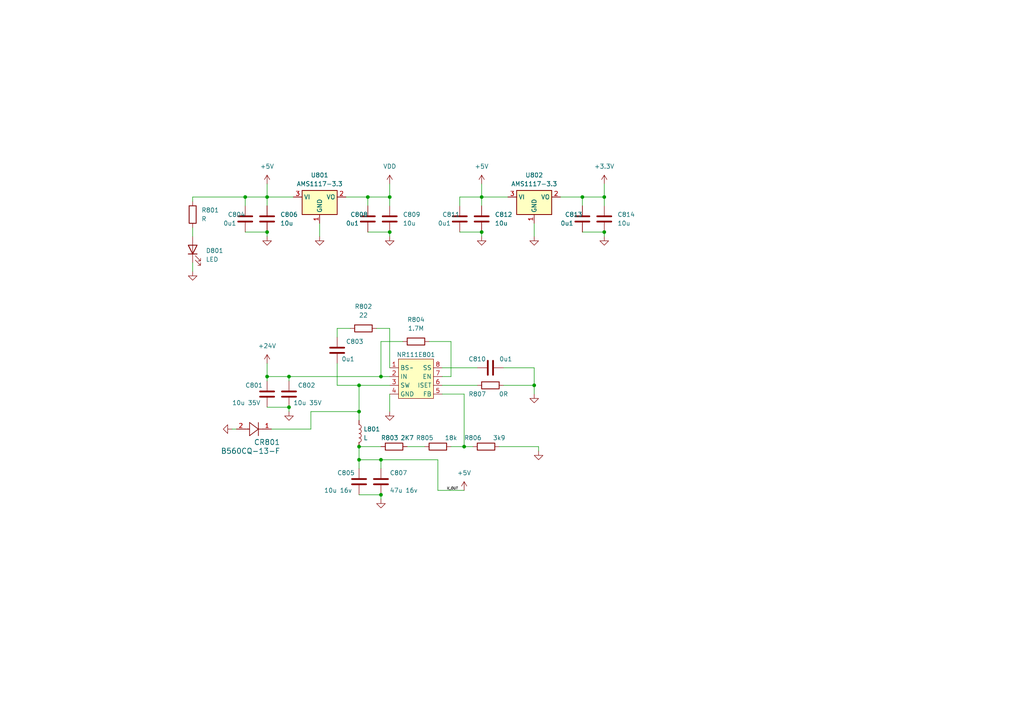
<source format=kicad_sch>
(kicad_sch (version 20230121) (generator eeschema)
  (paper "A4")
  (lib_symbols
    (symbol "B560CQ-13-F:B560CQ-13-F" (pin_names (offset 0.254))
      (property "Reference" "CR" (at 5.08 4.445 0))
      (property "Value" "B560CQ-13-F" (at 5.08 -3.81 0))
      (symbol "B560CQ-13-F_0_1"
        (polyline (pts (xy 2.54 0) (xy 3.4798 0)) (stroke (width 0.2032)))
        (polyline (pts (xy 3.175 0) (xy 3.81 0)) (stroke (width 0.2032)))
        (polyline (pts (xy 3.81 -1.905) (xy 6.35 0)) (stroke (width 0.2032)))
        (polyline (pts (xy 3.81 1.905) (xy 3.81 -1.905)) (stroke (width 0.2032)))
        (polyline (pts (xy 6.35 -1.905) (xy 6.35 1.905)) (stroke (width 0.2032)))
        (polyline (pts (xy 6.35 0) (xy 3.81 1.905)) (stroke (width 0.2032)))
        (polyline (pts (xy 6.35 0) (xy 7.62 0)) (stroke (width 0.2032)))
        (pin unspecified line (at 10.16 0 180) (length 2.54) (name "") (number "1"))
        (pin unspecified line (at 0 0 0) (length 2.54) (name "") (number "2"))
      )
    )
    (symbol "Device:C" (pin_numbers hide) (pin_names (offset 0.254))
      (property "Reference" "C" (at 0.635 2.54 0))
      (property "Value" "C" (at 0.635 -2.54 0))
      (symbol "C_0_1"
        (polyline (pts (xy -2.032 -0.762) (xy 2.032 -0.762)) (stroke (width 0.508)))
        (polyline (pts (xy -2.032 0.762) (xy 2.032 0.762)) (stroke (width 0.508)))
      )
      (symbol "C_1_1"
        (pin passive line (at 0 3.81 270) (length 2.794) (name "~") (number "1"))
        (pin passive line (at 0 -3.81 90) (length 2.794) (name "~") (number "2"))
      )
    )
    (symbol "Device:L" (pin_numbers hide) (pin_names (offset 1.016) hide)
      (property "Reference" "L" (at -1.27 0 90))
      (property "Value" "L" (at 1.905 0 90))
      (symbol "L_0_1"
        (arc (start 0 -2.54) (mid 0.6323 -1.905) (end 0 -1.27))
        (arc (start 0 -1.27) (mid 0.6323 -0.635) (end 0 0))
        (arc (start 0 0) (mid 0.6323 0.635) (end 0 1.27))
        (arc (start 0 1.27) (mid 0.6323 1.905) (end 0 2.54))
      )
      (symbol "L_1_1"
        (pin passive line (at 0 3.81 270) (length 1.27) (name "1") (number "1"))
        (pin passive line (at 0 -3.81 90) (length 1.27) (name "2") (number "2"))
      )
    )
    (symbol "Device:LED" (pin_numbers hide) (pin_names (offset 1.016) hide)
      (property "Reference" "D" (at 0 2.54 0))
      (property "Value" "LED" (at 0 -2.54 0))
      (symbol "LED_0_1"
        (polyline (pts (xy -1.27 -1.27) (xy -1.27 1.27)) (stroke (width 0.254)))
        (polyline (pts (xy -1.27 0) (xy 1.27 0)))
        (polyline (pts (xy 1.27 -1.27) (xy 1.27 1.27) (xy -1.27 0) (xy 1.27 -1.27)) (stroke (width 0.254)))
        (polyline (pts (xy -3.048 -0.762) (xy -4.572 -2.286) (xy -3.81 -2.286) (xy -4.572 -2.286) (xy -4.572 -1.524)))
        (polyline (pts (xy -1.778 -0.762) (xy -3.302 -2.286) (xy -2.54 -2.286) (xy -3.302 -2.286) (xy -3.302 -1.524)))
      )
      (symbol "LED_1_1"
        (pin passive line (at -3.81 0 0) (length 2.54) (name "K") (number "1"))
        (pin passive line (at 3.81 0 180) (length 2.54) (name "A") (number "2"))
      )
    )
    (symbol "Device:R" (pin_numbers hide) (pin_names (offset 0))
      (property "Reference" "R" (at 2.032 0 90))
      (property "Value" "R" (at 0 0 90))
      (symbol "R_0_1"
        (rectangle (start -1.016 -2.54) (end 1.016 2.54) (stroke (width 0.254)))
      )
      (symbol "R_1_1"
        (pin passive line (at 0 3.81 270) (length 1.27) (name "~") (number "1"))
        (pin passive line (at 0 -3.81 90) (length 1.27) (name "~") (number "2"))
      )
    )
    (symbol "MyLibrary:NR111D"
      (property "Reference" "NR111D" (at 3.81 0 0))
      (property "Value" "~" (at 2.54 -3.81 0))
      (symbol "NR111D_0_0"
        (pin unspecified line (at -3.81 -3.81 0) (length 2.54) (name "BS") (number "1"))
        (pin unspecified line (at -3.81 -6.35 0) (length 2.54) (name "IN") (number "2"))
        (pin unspecified line (at -3.81 -8.89 0) (length 2.54) (name "SW") (number "3"))
        (pin unspecified line (at -3.81 -11.43 0) (length 2.54) (name "GND") (number "4"))
        (pin unspecified line (at 11.43 -11.43 180) (length 2.54) (name "FB") (number "5"))
        (pin unspecified line (at 11.43 -8.89 180) (length 2.54) (name "ISET") (number "6"))
        (pin unspecified line (at 11.43 -6.35 180) (length 2.54) (name "EN") (number "7"))
        (pin unspecified line (at 11.43 -3.81 180) (length 2.54) (name "SS") (number "8"))
      )
      (symbol "NR111D_1_1"
        (rectangle (start -1.27 -1.27) (end 8.89 -12.7) (fill (type background)))
      )
    )
    (symbol "Regulator_Linear:AMS1117-3.3"
      (property "Reference" "U" (at -3.81 3.175 0))
      (property "Value" "AMS1117-3.3" (at 0 3.175 0))
      (symbol "AMS1117-3.3_0_1"
        (rectangle (start -5.08 -5.08) (end 5.08 1.905) (stroke (width 0.254)) (fill (type background)))
      )
      (symbol "AMS1117-3.3_1_1"
        (pin power_in line (at 0 -7.62 90) (length 2.54) (name "GND") (number "1"))
        (pin power_out line (at 7.62 0 180) (length 2.54) (name "VO") (number "2"))
        (pin power_in line (at -7.62 0 0) (length 2.54) (name "VI") (number "3"))
      )
    )
    (symbol "power:+24V" (power) (pin_names (offset 0))
      (property "Value" "+24V" (at 0 3.556 0))
      (symbol "+24V_0_1"
        (polyline (pts (xy -0.762 1.27) (xy 0 2.54)))
        (polyline (pts (xy 0 0) (xy 0 2.54)))
        (polyline (pts (xy 0 2.54) (xy 0.762 1.27)))
      )
      (symbol "+24V_1_1"
        (pin power_in line (at 0 0 90) (length 0) hide (name "+24V") (number "1"))
      )
    )
    (symbol "power:+3.3V" (power) (pin_names (offset 0))
      (property "Value" "+3.3V" (at 0 3.556 0))
      (symbol "+3.3V_0_1"
        (polyline (pts (xy -0.762 1.27) (xy 0 2.54)))
        (polyline (pts (xy 0 0) (xy 0 2.54)))
        (polyline (pts (xy 0 2.54) (xy 0.762 1.27)))
      )
      (symbol "+3.3V_1_1"
        (pin power_in line (at 0 0 90) (length 0) hide (name "+3.3V") (number "1"))
      )
    )
    (symbol "power:+5V" (power) (pin_names (offset 0))
      (property "Value" "+5V" (at 0 3.556 0))
      (symbol "+5V_0_1"
        (polyline (pts (xy -0.762 1.27) (xy 0 2.54)))
        (polyline (pts (xy 0 0) (xy 0 2.54)))
        (polyline (pts (xy 0 2.54) (xy 0.762 1.27)))
      )
      (symbol "+5V_1_1"
        (pin power_in line (at 0 0 90) (length 0) hide (name "+5V") (number "1"))
      )
    )
    (symbol "power:GND" (power) (pin_names (offset 0))
      (property "Value" "GND" (at 0 -3.81 0))
      (symbol "GND_0_1"
        (polyline (pts (xy 0 0) (xy 0 -1.27) (xy 1.27 -1.27) (xy 0 -2.54) (xy -1.27 -1.27) (xy 0 -1.27)))
      )
      (symbol "GND_1_1"
        (pin power_in line (at 0 0 270) (length 0) hide (name "GND") (number "1"))
      )
    )
    (symbol "power:VDD" (power) (pin_names (offset 0))
      (property "Value" "+3.3_ESP" (at 0 5.08 0))
      (symbol "VDD_0_1"
        (polyline (pts (xy -0.762 1.27) (xy 0 2.54)))
        (polyline (pts (xy 0 0) (xy 0 2.54)))
        (polyline (pts (xy 0 2.54) (xy 0.762 1.27)))
      )
      (symbol "VDD_1_1"
        (pin power_in line (at 0 0 90) (length 0) hide (name "VDD") (number "1"))
      )
    )
  )
  (junction (at 104.14 133.35))
  (junction (at 71.12 57.15))
  (junction (at 110.49 133.35))
  (junction (at 113.03 67.31))
  (junction (at 104.14 119.38))
  (junction (at 104.14 111.76))
  (junction (at 104.14 129.54))
  (junction (at 139.7 57.15))
  (junction (at 139.7 67.31))
  (junction (at 83.82 109.22))
  (junction (at 175.26 67.31))
  (junction (at 77.47 67.31))
  (junction (at 77.47 109.22))
  (junction (at 110.49 143.51))
  (junction (at 77.47 57.15))
  (junction (at 110.49 109.22))
  (junction (at 134.62 129.54))
  (junction (at 175.26 57.15))
  (junction (at 83.82 118.11))
  (junction (at 168.91 57.15))
  (junction (at 113.03 57.15))
  (junction (at 154.94 111.76))
  (junction (at 106.68 57.15))
  (wire (pts (xy 77.47 57.15) (xy 85.09 57.15)))
  (wire (pts (xy 71.12 57.15) (xy 71.12 59.69)))
  (wire (pts (xy 156.21 129.54) (xy 156.21 130.81)))
  (wire (pts (xy 144.78 129.54) (xy 156.21 129.54)))
  (wire (pts (xy 104.14 111.76) (xy 113.03 111.76)))
  (wire (pts (xy 116.84 99.06) (xy 110.49 99.06)))
  (wire (pts (xy 104.14 129.54) (xy 110.49 129.54)))
  (wire (pts (xy 139.7 53.34) (xy 139.7 57.15)))
  (wire (pts (xy 128.27 111.76) (xy 138.43 111.76)))
  (wire (pts (xy 83.82 118.11) (xy 83.82 119.38)))
  (wire (pts (xy 130.81 109.22) (xy 128.27 109.22)))
  (wire (pts (xy 113.03 114.3) (xy 113.03 119.38)))
  (wire (pts (xy 175.26 67.31) (xy 175.26 68.58)))
  (wire (pts (xy 146.05 106.68) (xy 154.94 106.68)))
  (wire (pts (xy 127 142.24) (xy 134.62 142.24)))
  (wire (pts (xy 106.68 67.31) (xy 113.03 67.31)))
  (wire (pts (xy 90.17 119.38) (xy 104.14 119.38)))
  (wire (pts (xy 68.58 124.46) (xy 67.31 124.46)))
  (wire (pts (xy 118.11 129.54) (xy 123.19 129.54)))
  (wire (pts (xy 104.14 133.35) (xy 104.14 135.89)))
  (wire (pts (xy 104.14 119.38) (xy 104.14 111.76)))
  (wire (pts (xy 154.94 106.68) (xy 154.94 111.76)))
  (wire (pts (xy 77.47 118.11) (xy 83.82 118.11)))
  (wire (pts (xy 130.81 99.06) (xy 130.81 109.22)))
  (wire (pts (xy 77.47 53.34) (xy 77.47 57.15)))
  (wire (pts (xy 106.68 57.15) (xy 113.03 57.15)))
  (wire (pts (xy 71.12 57.15) (xy 77.47 57.15)))
  (wire (pts (xy 90.17 124.46) (xy 90.17 119.38)))
  (wire (pts (xy 168.91 57.15) (xy 175.26 57.15)))
  (wire (pts (xy 146.05 111.76) (xy 154.94 111.76)))
  (wire (pts (xy 175.26 53.34) (xy 175.26 57.15)))
  (wire (pts (xy 97.79 111.76) (xy 104.14 111.76)))
  (wire (pts (xy 162.56 57.15) (xy 168.91 57.15)))
  (wire (pts (xy 77.47 67.31) (xy 77.47 68.58)))
  (wire (pts (xy 71.12 67.31) (xy 77.47 67.31)))
  (wire (pts (xy 133.35 67.31) (xy 139.7 67.31)))
  (wire (pts (xy 128.27 106.68) (xy 138.43 106.68)))
  (wire (pts (xy 104.14 133.35) (xy 110.49 133.35)))
  (wire (pts (xy 55.88 58.42) (xy 55.88 57.15)))
  (wire (pts (xy 55.88 76.2) (xy 55.88 78.74)))
  (wire (pts (xy 110.49 99.06) (xy 110.49 109.22)))
  (wire (pts (xy 139.7 59.69) (xy 139.7 57.15)))
  (wire (pts (xy 106.68 57.15) (xy 106.68 59.69)))
  (wire (pts (xy 139.7 67.31) (xy 139.7 68.58)))
  (wire (pts (xy 97.79 105.41) (xy 97.79 111.76)))
  (wire (pts (xy 113.03 57.15) (xy 113.03 59.69)))
  (wire (pts (xy 113.03 53.34) (xy 113.03 57.15)))
  (wire (pts (xy 55.88 66.04) (xy 55.88 68.58)))
  (wire (pts (xy 77.47 109.22) (xy 77.47 110.49)))
  (wire (pts (xy 83.82 109.22) (xy 77.47 109.22)))
  (wire (pts (xy 133.35 57.15) (xy 133.35 59.69)))
  (wire (pts (xy 139.7 57.15) (xy 147.32 57.15)))
  (wire (pts (xy 55.88 57.15) (xy 71.12 57.15)))
  (wire (pts (xy 101.6 95.25) (xy 97.79 95.25)))
  (wire (pts (xy 92.71 64.77) (xy 92.71 68.58)))
  (wire (pts (xy 77.47 105.41) (xy 77.47 109.22)))
  (wire (pts (xy 104.14 121.92) (xy 104.14 119.38)))
  (wire (pts (xy 133.35 57.15) (xy 139.7 57.15)))
  (wire (pts (xy 100.33 57.15) (xy 106.68 57.15)))
  (wire (pts (xy 78.74 124.46) (xy 90.17 124.46)))
  (wire (pts (xy 77.47 59.69) (xy 77.47 57.15)))
  (wire (pts (xy 130.81 129.54) (xy 134.62 129.54)))
  (wire (pts (xy 134.62 114.3) (xy 134.62 129.54)))
  (wire (pts (xy 97.79 95.25) (xy 97.79 97.79)))
  (wire (pts (xy 110.49 135.89) (xy 110.49 133.35)))
  (wire (pts (xy 110.49 143.51) (xy 110.49 144.78)))
  (wire (pts (xy 113.03 67.31) (xy 113.03 68.58)))
  (wire (pts (xy 110.49 133.35) (xy 127 133.35)))
  (wire (pts (xy 124.46 99.06) (xy 130.81 99.06)))
  (wire (pts (xy 83.82 109.22) (xy 110.49 109.22)))
  (wire (pts (xy 113.03 106.68) (xy 113.03 95.25)))
  (wire (pts (xy 168.91 57.15) (xy 168.91 59.69)))
  (wire (pts (xy 127 133.35) (xy 127 142.24)))
  (wire (pts (xy 168.91 67.31) (xy 175.26 67.31)))
  (wire (pts (xy 134.62 129.54) (xy 137.16 129.54)))
  (wire (pts (xy 83.82 110.49) (xy 83.82 109.22)))
  (wire (pts (xy 110.49 109.22) (xy 113.03 109.22)))
  (wire (pts (xy 154.94 111.76) (xy 154.94 114.3)))
  (wire (pts (xy 104.14 129.54) (xy 104.14 133.35)))
  (wire (pts (xy 175.26 57.15) (xy 175.26 59.69)))
  (wire (pts (xy 104.14 143.51) (xy 110.49 143.51)))
  (wire (pts (xy 154.94 64.77) (xy 154.94 68.58)))
  (wire (pts (xy 113.03 95.25) (xy 109.22 95.25)))
  (wire (pts (xy 128.27 114.3) (xy 134.62 114.3)))
  (label "V_OUT" (at 129.54 142.24 0) (effects (font (size 0.7 0.7) bold italic)))
  (symbol (lib_id "power:+5V") (at 77.47 53.34 0) (unit 1)
    (property "Reference" "#PWR0805" (effects hide))
    (property "Value" "+5V" (at 77.47 48.26 0))
  )
  (symbol (lib_id "Device:LED") (at 55.88 72.39 90) (unit 1)
    (property "Reference" "D801" (at 59.69 72.7075 90) (effects (justify right)))
    (property "Value" "LED" (at 59.69 75.2475 90) (effects (justify right)))
  )
  (symbol (lib_id "power:VDD") (at 113.03 53.34 0) (unit 1)
    (property "Reference" "#PWR0811" (effects hide))
    (property "Value" "+3.3_ESP" (at 113.03 48.26 0))
  )
  (symbol (lib_id "power:GND") (at 55.88 78.74 0) (unit 1)
    (property "Reference" "#PWR0803" (effects hide))
    (property "Value" "GND" (effects hide))
  )
  (symbol (lib_id "Device:C") (at 113.03 63.5 0) (unit 1)
    (property "Reference" "C809" (at 116.84 62.23 0) (effects (justify left)))
    (property "Value" "10u" (at 116.84 64.77 0) (effects (justify left)))
  )
  (symbol (lib_id "Device:C") (at 139.7 63.5 0) (unit 1)
    (property "Reference" "C812" (at 143.51 62.23 0) (effects (justify left)))
    (property "Value" "10u" (at 143.51 64.77 0) (effects (justify left)))
  )
  (symbol (lib_id "power:GND") (at 77.47 68.58 0) (unit 1)
    (property "Reference" "#PWR0806" (effects hide))
    (property "Value" "GND" (effects hide))
  )
  (symbol (lib_id "power:GND") (at 113.03 119.38 0) (unit 1)
    (property "Reference" "#PWR0808" (effects hide))
    (property "Value" "GND" (effects hide))
  )
  (symbol (lib_id "power:+3.3V") (at 175.26 53.34 0) (unit 1)
    (property "Reference" "#PWR0818" (effects hide))
    (property "Value" "+3.3V" (at 175.26 48.26 0))
  )
  (symbol (lib_id "power:+5V") (at 134.62 142.24 0) (unit 1)
    (property "Reference" "#PWR0810" (effects hide))
    (property "Value" "+5V" (at 134.62 137.16 0))
  )
  (symbol (lib_id "Device:R") (at 120.65 99.06 90) (unit 1)
    (property "Reference" "R804" (at 120.65 92.71 90))
    (property "Value" "1.7M" (at 120.65 95.25 90))
  )
  (symbol (lib_id "Regulator_Linear:AMS1117-3.3") (at 92.71 57.15 0) (unit 1)
    (property "Reference" "U801" (at 92.71 50.8 0))
    (property "Value" "AMS1117-3.3" (at 92.71 53.34 0))
    (property "Footprint" "Package_TO_SOT_SMD:SOT-223-3_TabPin2" (effects hide))
    (property "Datasheet" "http://www.advanced-monolithic.com/pdf/ds1117.pdf" (effects hide))
  )
  (symbol (lib_id "B560CQ-13-F:B560CQ-13-F") (at 68.58 124.46 0) (unit 1)
    (property "Reference" "CR801" (at 81.28 128.27 0) (effects (font (size 1.524 1.524)) (justify right)))
    (property "Value" "B560CQ-13-F" (at 81.28 130.81 0) (effects (font (size 1.524 1.524)) (justify right)))
    (property "Footprint" "CR_0CQ-13-F_DIO" (effects hide))
    (property "Datasheet" "B560CQ-13-F" (effects hide))
  )
  (symbol (lib_id "power:GND") (at 110.49 144.78 0) (unit 1)
    (property "Reference" "#PWR0807" (effects hide))
    (property "Value" "GND" (effects hide))
  )
  (symbol (lib_id "Device:C") (at 83.82 114.3 0) (unit 1)
    (property "Reference" "C802" (at 86.36 111.76 0) (effects (justify left)))
    (property "Value" "10u 35V" (at 85.09 116.84 0) (effects (justify left)))
  )
  (symbol (lib_id "power:GND") (at 92.71 68.58 0) (unit 1)
    (property "Reference" "#PWR0809" (effects hide))
    (property "Value" "GND" (effects hide))
  )
  (symbol (lib_id "Device:C") (at 168.91 63.5 0) (unit 1)
    (property "Reference" "C813" (at 163.83 62.23 0) (effects (justify left)))
    (property "Value" "0u1" (at 162.56 64.77 0) (effects (justify left)))
  )
  (symbol (lib_id "MyLibrary:NR111D") (at 116.84 102.87 0) (unit 1)
    (property "Reference" "NR111E801" (at 120.65 102.87 0))
    (property "Value" "~" (at 119.38 106.68 0))
  )
  (symbol (lib_id "Device:C") (at 133.35 63.5 0) (unit 1)
    (property "Reference" "C811" (at 128.27 62.23 0) (effects (justify left)))
    (property "Value" "0u1" (at 127 64.77 0) (effects (justify left)))
  )
  (symbol (lib_id "power:GND") (at 139.7 68.58 0) (unit 1)
    (property "Reference" "#PWR0816" (effects hide))
    (property "Value" "GND" (effects hide))
  )
  (symbol (lib_id "Device:R") (at 127 129.54 270) (mirror x) (unit 1)
    (property "Reference" "R805" (at 123.19 127 90))
    (property "Value" "18k" (at 130.81 127 90))
  )
  (symbol (lib_id "power:+24V") (at 77.47 105.41 0) (unit 1)
    (property "Reference" "#PWR0802" (effects hide))
    (property "Value" "+24V" (at 77.47 100.33 0))
  )
  (symbol (lib_id "Device:C") (at 175.26 63.5 0) (unit 1)
    (property "Reference" "C814" (at 179.07 62.23 0) (effects (justify left)))
    (property "Value" "10u" (at 179.07 64.77 0) (effects (justify left)))
  )
  (symbol (lib_id "Device:C") (at 97.79 101.6 0) (unit 1)
    (property "Reference" "C803" (at 100.33 99.06 0) (effects (justify left)))
    (property "Value" "0u1" (at 99.06 104.14 0) (effects (justify left)))
  )
  (symbol (lib_id "power:GND") (at 83.82 119.38 0) (unit 1)
    (property "Reference" "#PWR0804" (effects hide))
    (property "Value" "GND" (effects hide))
  )
  (symbol (lib_id "Device:C") (at 110.49 139.7 0) (unit 1)
    (property "Reference" "C807" (at 113.03 137.16 0) (effects (justify left)))
    (property "Value" "47u 16v" (at 113.03 142.24 0) (effects (justify left)))
  )
  (symbol (lib_id "power:GND") (at 67.31 124.46 270) (mirror x) (unit 1)
    (property "Reference" "#PWR0801" (effects hide))
    (property "Value" "GND" (effects hide))
  )
  (symbol (lib_id "Device:L") (at 104.14 125.73 0) (unit 1)
    (property "Reference" "L801" (at 105.41 124.46 0) (effects (justify left)))
    (property "Value" "L" (at 105.41 127 0) (effects (justify left)))
  )
  (symbol (lib_id "Device:R") (at 114.3 129.54 270) (mirror x) (unit 1)
    (property "Reference" "R803" (at 113.03 127 90))
    (property "Value" "2K7" (at 118.11 127 90))
  )
  (symbol (lib_id "power:GND") (at 156.21 130.81 0) (unit 1)
    (property "Reference" "#PWR0814" (effects hide))
    (property "Value" "GND" (effects hide))
  )
  (symbol (lib_id "Regulator_Linear:AMS1117-3.3") (at 154.94 57.15 0) (unit 1)
    (property "Reference" "U802" (at 154.94 50.8 0))
    (property "Value" "AMS1117-3.3" (at 154.94 53.34 0))
    (property "Footprint" "Package_TO_SOT_SMD:SOT-223-3_TabPin2" (effects hide))
    (property "Datasheet" "http://www.advanced-monolithic.com/pdf/ds1117.pdf" (effects hide))
  )
  (symbol (lib_id "Device:R") (at 55.88 62.23 0) (unit 1)
    (property "Reference" "R801" (at 58.42 60.96 0) (effects (justify left)))
    (property "Value" "R" (at 58.42 63.5 0) (effects (justify left)))
  )
  (symbol (lib_id "power:GND") (at 175.26 68.58 0) (unit 1)
    (property "Reference" "#PWR0819" (effects hide))
    (property "Value" "GND" (effects hide))
  )
  (symbol (lib_id "Device:C") (at 77.47 114.3 0) (unit 1)
    (property "Reference" "C801" (at 71.12 111.76 0) (effects (justify left)))
    (property "Value" "10u 35V" (at 67.31 116.84 0) (effects (justify left)))
  )
  (symbol (lib_id "power:GND") (at 154.94 68.58 0) (unit 1)
    (property "Reference" "#PWR0817" (effects hide))
    (property "Value" "GND" (effects hide))
  )
  (symbol (lib_id "Device:C") (at 77.47 63.5 0) (unit 1)
    (property "Reference" "C806" (at 81.28 62.23 0) (effects (justify left)))
    (property "Value" "10u" (at 81.28 64.77 0) (effects (justify left)))
  )
  (symbol (lib_id "Device:R") (at 140.97 129.54 270) (mirror x) (unit 1)
    (property "Reference" "R806" (at 137.16 127 90))
    (property "Value" "3k9" (at 144.78 127 90))
  )
  (symbol (lib_id "power:GND") (at 113.03 68.58 0) (unit 1)
    (property "Reference" "#PWR0812" (effects hide))
    (property "Value" "GND" (effects hide))
  )
  (symbol (lib_id "Device:C") (at 104.14 139.7 0) (unit 1)
    (property "Reference" "C805" (at 97.79 137.16 0) (effects (justify left)))
    (property "Value" "10u 16v" (at 93.98 142.24 0) (effects (justify left)))
  )
  (symbol (lib_id "power:GND") (at 154.94 114.3 0) (unit 1)
    (property "Reference" "#PWR0813" (effects hide))
    (property "Value" "GND" (effects hide))
  )
  (symbol (lib_id "Device:R") (at 105.41 95.25 90) (unit 1)
    (property "Reference" "R802" (at 105.41 88.9 90))
    (property "Value" "22" (at 105.41 91.44 90))
  )
  (symbol (lib_id "power:+5V") (at 139.7 53.34 0) (unit 1)
    (property "Reference" "#PWR0815" (effects hide))
    (property "Value" "+5V" (at 139.7 48.26 0))
  )
  (symbol (lib_id "Device:C") (at 106.68 63.5 0) (unit 1)
    (property "Reference" "C808" (at 101.6 62.23 0) (effects (justify left)))
    (property "Value" "0u1" (at 100.33 64.77 0) (effects (justify left)))
  )
  (symbol (lib_id "Device:C") (at 71.12 63.5 0) (unit 1)
    (property "Reference" "C804" (at 66.04 62.23 0) (effects (justify left)))
    (property "Value" "0u1" (at 64.77 64.77 0) (effects (justify left)))
  )
  (symbol (lib_id "Device:R") (at 142.24 111.76 270) (unit 1)
    (property "Reference" "R807" (at 138.43 114.3 90))
    (property "Value" "0R" (at 146.05 114.3 90))
  )
  (symbol (lib_id "Device:C") (at 142.24 106.68 90) (unit 1)
    (property "Reference" "C810" (at 140.97 104.14 90) (effects (justify left)))
    (property "Value" "0u1" (at 148.59 104.14 90) (effects (justify left)))
  )
)
</source>
